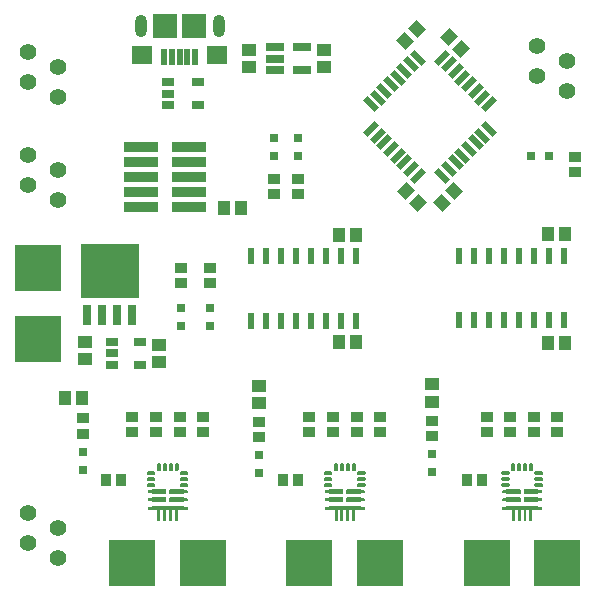
<source format=gbr>
%TF.GenerationSoftware,Altium Limited,Altium Designer,22.11.1 (43)*%
G04 Layer_Color=8388736*
%FSLAX45Y45*%
%MOMM*%
%TF.SameCoordinates,CBCE8219-7A10-402B-9DFD-5551BF8408A2*%
%TF.FilePolarity,Negative*%
%TF.FileFunction,Soldermask,Top*%
%TF.Part,Single*%
G01*
G75*
%TA.AperFunction,SMDPad,CuDef*%
%ADD11R,0.53260X1.45610*%
%ADD14R,4.00000X4.00000*%
%ADD15R,0.80000X0.80000*%
%ADD25R,4.00000X4.00000*%
%ADD29R,0.80000X0.80000*%
G04:AMPARAMS|DCode=32|XSize=0.5008mm|YSize=1.3589mm|CornerRadius=0mm|HoleSize=0mm|Usage=FLASHONLY|Rotation=45.000|XOffset=0mm|YOffset=0mm|HoleType=Round|Shape=Rectangle|*
%AMROTATEDRECTD32*
4,1,4,0.30338,-0.65750,-0.65750,0.30338,-0.30338,0.65750,0.65750,-0.30338,0.30338,-0.65750,0.0*
%
%ADD32ROTATEDRECTD32*%

G04:AMPARAMS|DCode=33|XSize=0.5008mm|YSize=1.3589mm|CornerRadius=0mm|HoleSize=0mm|Usage=FLASHONLY|Rotation=315.000|XOffset=0mm|YOffset=0mm|HoleType=Round|Shape=Rectangle|*
%AMROTATEDRECTD33*
4,1,4,-0.65750,-0.30338,0.30338,0.65750,0.65750,0.30338,-0.30338,-0.65750,-0.65750,-0.30338,0.0*
%
%ADD33ROTATEDRECTD33*%

%ADD60R,1.15000X1.05000*%
%ADD61R,1.10000X0.80000*%
%ADD62R,4.90000X4.68000*%
%ADD63R,1.05000X0.90000*%
%ADD64R,1.05000X1.15000*%
%ADD65R,0.90000X1.05000*%
%ADD66R,0.70000X1.72000*%
%ADD67R,1.52000X0.68000*%
G04:AMPARAMS|DCode=68|XSize=1.15mm|YSize=1.05mm|CornerRadius=0mm|HoleSize=0mm|Usage=FLASHONLY|Rotation=45.000|XOffset=0mm|YOffset=0mm|HoleType=Round|Shape=Rectangle|*
%AMROTATEDRECTD68*
4,1,4,-0.03535,-0.77782,-0.77782,-0.03535,0.03535,0.77782,0.77782,0.03535,-0.03535,-0.77782,0.0*
%
%ADD68ROTATEDRECTD68*%

G04:AMPARAMS|DCode=69|XSize=1.15mm|YSize=1.05mm|CornerRadius=0mm|HoleSize=0mm|Usage=FLASHONLY|Rotation=315.000|XOffset=0mm|YOffset=0mm|HoleType=Round|Shape=Rectangle|*
%AMROTATEDRECTD69*
4,1,4,-0.77782,0.03535,-0.03535,0.77782,0.77782,-0.03535,0.03535,-0.77782,-0.77782,0.03535,0.0*
%
%ADD69ROTATEDRECTD69*%

%ADD70R,2.89560X0.83820*%
%ADD71R,1.10000X0.70000*%
%ADD72R,2.00000X2.00000*%
%TA.AperFunction,ConnectorPad*%
%ADD73R,1.70000X1.50000*%
%ADD74R,0.50000X1.45000*%
%TA.AperFunction,ComponentPad*%
%ADD75C,0.10000*%
%ADD76C,1.40000*%
%ADD77O,1.00000X1.90000*%
G36*
X4492500Y1140000D02*
Y1090000D01*
X4482500Y1080000D01*
X4467500D01*
X4457500Y1090000D01*
Y1140000D01*
X4467500Y1150000D01*
X4482500D01*
X4492500Y1140000D01*
D02*
G37*
G36*
X4442500D02*
Y1090000D01*
X4432500Y1080000D01*
X4417500D01*
X4407500Y1090000D01*
Y1140000D01*
X4417500Y1150000D01*
X4432500D01*
X4442500Y1140000D01*
D02*
G37*
G36*
X4392500D02*
Y1090000D01*
X4382500Y1080000D01*
X4367500D01*
X4357500Y1090000D01*
Y1140000D01*
X4367500Y1150000D01*
X4382500D01*
X4392500Y1140000D01*
D02*
G37*
G36*
X4342500D02*
Y1090000D01*
X4332500Y1080000D01*
X4317500D01*
X4307500Y1090000D01*
Y1140000D01*
X4317500Y1150000D01*
X4332500D01*
X4342500Y1140000D01*
D02*
G37*
G36*
X2992500D02*
Y1090000D01*
X2982500Y1080000D01*
X2967500D01*
X2957500Y1090000D01*
Y1140000D01*
X2967500Y1150000D01*
X2982500D01*
X2992500Y1140000D01*
D02*
G37*
G36*
X2942500D02*
Y1090000D01*
X2932500Y1080000D01*
X2917500D01*
X2907500Y1090000D01*
Y1140000D01*
X2917500Y1150000D01*
X2932500D01*
X2942500Y1140000D01*
D02*
G37*
G36*
X2892500D02*
Y1090000D01*
X2882500Y1080000D01*
X2867500D01*
X2857500Y1090000D01*
Y1140000D01*
X2867500Y1150000D01*
X2882500D01*
X2892500Y1140000D01*
D02*
G37*
G36*
X2842500D02*
Y1090000D01*
X2832500Y1080000D01*
X2817500D01*
X2807500Y1090000D01*
Y1140000D01*
X2817500Y1150000D01*
X2832500D01*
X2842500Y1140000D01*
D02*
G37*
G36*
X1492500D02*
Y1090000D01*
X1482500Y1080000D01*
X1467500D01*
X1457500Y1090000D01*
Y1140000D01*
X1467500Y1150000D01*
X1482500D01*
X1492500Y1140000D01*
D02*
G37*
G36*
X1442500D02*
Y1090000D01*
X1432500Y1080000D01*
X1417500D01*
X1407500Y1090000D01*
Y1140000D01*
X1417500Y1150000D01*
X1432500D01*
X1442500Y1140000D01*
D02*
G37*
G36*
X1392500D02*
Y1090000D01*
X1382500Y1080000D01*
X1367500D01*
X1357500Y1090000D01*
Y1140000D01*
X1367500Y1150000D01*
X1382500D01*
X1392500Y1140000D01*
D02*
G37*
G36*
X1342500D02*
Y1090000D01*
X1332500Y1080000D01*
X1317500D01*
X1307500Y1090000D01*
Y1140000D01*
X1317500Y1150000D01*
X1332500D01*
X1342500Y1140000D01*
D02*
G37*
G36*
X4575000Y1070000D02*
Y1055000D01*
X4565000Y1045000D01*
X4515000D01*
X4505000Y1055000D01*
Y1070000D01*
X4515000Y1080000D01*
X4565000D01*
X4575000Y1070000D01*
D02*
G37*
G36*
X4295000D02*
Y1055000D01*
X4285000Y1045000D01*
X4235000D01*
X4225000Y1055000D01*
Y1070000D01*
X4235000Y1080000D01*
X4285000D01*
X4295000Y1070000D01*
D02*
G37*
G36*
X3075000D02*
Y1055000D01*
X3065000Y1045000D01*
X3015000D01*
X3005000Y1055000D01*
Y1070000D01*
X3015000Y1080000D01*
X3065000D01*
X3075000Y1070000D01*
D02*
G37*
G36*
X2795000D02*
Y1055000D01*
X2785000Y1045000D01*
X2735000D01*
X2725000Y1055000D01*
Y1070000D01*
X2735000Y1080000D01*
X2785000D01*
X2795000Y1070000D01*
D02*
G37*
G36*
X1575000D02*
Y1055000D01*
X1565000Y1045000D01*
X1515000D01*
X1505000Y1055000D01*
Y1070000D01*
X1515000Y1080000D01*
X1565000D01*
X1575000Y1070000D01*
D02*
G37*
G36*
X1295000D02*
Y1055000D01*
X1285000Y1045000D01*
X1235000D01*
X1225000Y1055000D01*
Y1070000D01*
X1235000Y1080000D01*
X1285000D01*
X1295000Y1070000D01*
D02*
G37*
G36*
X4575000Y1020000D02*
Y1005000D01*
X4565000Y995000D01*
X4515000D01*
X4505000Y1005000D01*
Y1020000D01*
X4515000Y1030000D01*
X4565000D01*
X4575000Y1020000D01*
D02*
G37*
G36*
X4295000D02*
Y1005000D01*
X4285000Y995000D01*
X4235000D01*
X4225000Y1005000D01*
Y1020000D01*
X4235000Y1030000D01*
X4285000D01*
X4295000Y1020000D01*
D02*
G37*
G36*
X3075000D02*
Y1005000D01*
X3065000Y995000D01*
X3015000D01*
X3005000Y1005000D01*
Y1020000D01*
X3015000Y1030000D01*
X3065000D01*
X3075000Y1020000D01*
D02*
G37*
G36*
X2795000D02*
Y1005000D01*
X2785000Y995000D01*
X2735000D01*
X2725000Y1005000D01*
Y1020000D01*
X2735000Y1030000D01*
X2785000D01*
X2795000Y1020000D01*
D02*
G37*
G36*
X1575000D02*
Y1005000D01*
X1565000Y995000D01*
X1515000D01*
X1505000Y1005000D01*
Y1020000D01*
X1515000Y1030000D01*
X1565000D01*
X1575000Y1020000D01*
D02*
G37*
G36*
X1295000D02*
Y1005000D01*
X1285000Y995000D01*
X1235000D01*
X1225000Y1005000D01*
Y1020000D01*
X1235000Y1030000D01*
X1285000D01*
X1295000Y1020000D01*
D02*
G37*
G36*
X4575000Y970000D02*
Y955000D01*
X4565000Y945000D01*
X4515000D01*
X4505000Y955000D01*
Y970000D01*
X4515000Y980000D01*
X4565000D01*
X4575000Y970000D01*
D02*
G37*
G36*
X4295000D02*
Y955000D01*
X4285000Y945000D01*
X4235000D01*
X4225000Y955000D01*
Y970000D01*
X4235000Y980000D01*
X4285000D01*
X4295000Y970000D01*
D02*
G37*
G36*
X3075000D02*
Y955000D01*
X3065000Y945000D01*
X3015000D01*
X3005000Y955000D01*
Y970000D01*
X3015000Y980000D01*
X3065000D01*
X3075000Y970000D01*
D02*
G37*
G36*
X2795000D02*
Y955000D01*
X2785000Y945000D01*
X2735000D01*
X2725000Y955000D01*
Y970000D01*
X2735000Y980000D01*
X2785000D01*
X2795000Y970000D01*
D02*
G37*
G36*
X1575000D02*
Y955000D01*
X1565000Y945000D01*
X1515000D01*
X1505000Y955000D01*
Y970000D01*
X1515000Y980000D01*
X1565000D01*
X1575000Y970000D01*
D02*
G37*
G36*
X1295000D02*
Y955000D01*
X1285000Y945000D01*
X1235000D01*
X1225000Y955000D01*
Y970000D01*
X1235000Y980000D01*
X1285000D01*
X1295000Y970000D01*
D02*
G37*
G36*
X4535000Y917503D02*
X4565000D01*
X4570000Y912503D01*
Y897503D01*
X4565000Y892503D01*
X4535000D01*
Y885003D01*
X4417500Y885003D01*
X4412500Y890003D01*
X4412500Y920003D01*
X4417500Y925003D01*
X4535000D01*
Y917503D01*
D02*
G37*
G36*
X3035000D02*
X3065000D01*
X3070000Y912503D01*
Y897503D01*
X3065000Y892503D01*
X3035000D01*
Y885003D01*
X2917500Y885003D01*
X2912500Y890003D01*
X2912500Y920003D01*
X2917500Y925003D01*
X3035000D01*
Y917503D01*
D02*
G37*
G36*
X1535000D02*
X1565000D01*
X1570000Y912503D01*
Y897503D01*
X1565000Y892503D01*
X1535000D01*
Y885003D01*
X1417500Y885003D01*
X1412500Y890003D01*
X1412500Y920003D01*
X1417500Y925003D01*
X1535000D01*
Y917503D01*
D02*
G37*
G36*
X4387500Y920000D02*
X4387500Y890000D01*
X4382500Y885000D01*
X4265000D01*
Y892500D01*
X4235000Y892500D01*
X4230000Y897500D01*
Y912500D01*
X4235000Y917500D01*
X4265000Y917500D01*
Y925000D01*
X4382500D01*
X4387500Y920000D01*
D02*
G37*
G36*
X2887500D02*
X2887500Y890000D01*
X2882500Y885000D01*
X2765000D01*
Y892500D01*
X2735000Y892500D01*
X2730000Y897500D01*
Y912500D01*
X2735000Y917500D01*
X2765000Y917500D01*
Y925000D01*
X2882500D01*
X2887500Y920000D01*
D02*
G37*
G36*
X1387500D02*
X1387500Y890000D01*
X1382500Y885000D01*
X1265000D01*
Y892500D01*
X1235000Y892500D01*
X1230000Y897500D01*
Y912500D01*
X1235000Y917500D01*
X1265000Y917500D01*
Y925000D01*
X1382500D01*
X1387500Y920000D01*
D02*
G37*
G36*
X4535000Y847501D02*
X4565000D01*
X4570000Y842501D01*
Y827502D01*
X4565000Y822502D01*
X4535000Y822502D01*
Y815002D01*
X4417500D01*
X4412500Y820002D01*
X4412500Y850002D01*
X4417500Y855002D01*
X4535000D01*
Y847501D01*
D02*
G37*
G36*
X3035000D02*
X3065000D01*
X3070000Y842501D01*
Y827502D01*
X3065000Y822502D01*
X3035000Y822502D01*
Y815002D01*
X2917500D01*
X2912500Y820002D01*
X2912500Y850002D01*
X2917500Y855002D01*
X3035000D01*
Y847501D01*
D02*
G37*
G36*
X1535000D02*
X1565000D01*
X1570000Y842501D01*
Y827502D01*
X1565000Y822502D01*
X1535000Y822502D01*
Y815002D01*
X1417500D01*
X1412500Y820002D01*
X1412500Y850002D01*
X1417500Y855002D01*
X1535000D01*
Y847501D01*
D02*
G37*
G36*
X4387503Y849998D02*
X4387502Y819998D01*
X4382503Y814998D01*
X4265002D01*
Y822498D01*
X4235002D01*
X4230002Y827498D01*
Y842498D01*
X4235002Y847498D01*
X4265002Y847498D01*
Y854998D01*
X4382502D01*
X4387503Y849998D01*
D02*
G37*
G36*
X2887502D02*
X2887502Y819998D01*
X2882502Y814998D01*
X2765002D01*
Y822498D01*
X2735002D01*
X2730002Y827498D01*
Y842498D01*
X2735002Y847498D01*
X2765002Y847498D01*
Y854998D01*
X2882502D01*
X2887502Y849998D01*
D02*
G37*
G36*
X1387502D02*
X1387502Y819998D01*
X1382502Y814998D01*
X1265002D01*
Y822498D01*
X1235002D01*
X1230002Y827498D01*
Y842498D01*
X1235002Y847498D01*
X1265002Y847498D01*
Y854998D01*
X1382502D01*
X1387502Y849998D01*
D02*
G37*
G36*
X4535000Y777500D02*
X4565000Y777500D01*
X4570000Y772500D01*
Y757500D01*
X4565000Y752500D01*
X4535000D01*
Y745000D01*
X4487500D01*
Y660000D01*
X4482500Y655000D01*
X4467500D01*
X4462500Y660000D01*
Y745000D01*
X4437500D01*
Y660000D01*
X4432500Y655000D01*
X4417500D01*
X4412500Y660000D01*
Y745000D01*
X4387500D01*
Y660000D01*
X4382500Y655000D01*
X4367500D01*
X4362500Y660000D01*
Y745000D01*
X4337500D01*
Y660000D01*
X4332500Y655000D01*
X4317500D01*
X4312500Y660000D01*
Y745000D01*
X4265000D01*
Y752500D01*
X4235000D01*
X4230000Y757500D01*
Y772500D01*
X4235000Y777500D01*
X4265000D01*
Y785000D01*
X4535000D01*
Y777500D01*
D02*
G37*
G36*
X3035000D02*
X3065000Y777500D01*
X3070000Y772500D01*
Y757500D01*
X3065000Y752500D01*
X3035000D01*
Y745000D01*
X2987500D01*
Y660000D01*
X2982500Y655000D01*
X2967500D01*
X2962500Y660000D01*
Y745000D01*
X2937500D01*
Y660000D01*
X2932500Y655000D01*
X2917500D01*
X2912500Y660000D01*
Y745000D01*
X2887500D01*
Y660000D01*
X2882500Y655000D01*
X2867500D01*
X2862500Y660000D01*
Y745000D01*
X2837500D01*
Y660000D01*
X2832500Y655000D01*
X2817500D01*
X2812500Y660000D01*
Y745000D01*
X2765000D01*
Y752500D01*
X2735000D01*
X2730000Y757500D01*
Y772500D01*
X2735000Y777500D01*
X2765000D01*
Y785000D01*
X3035000D01*
Y777500D01*
D02*
G37*
G36*
X1535000D02*
X1565000Y777500D01*
X1570000Y772500D01*
Y757500D01*
X1565000Y752500D01*
X1535000D01*
Y745000D01*
X1487500D01*
Y660000D01*
X1482500Y655000D01*
X1467500D01*
X1462500Y660000D01*
Y745000D01*
X1437500D01*
Y660000D01*
X1432500Y655000D01*
X1417500D01*
X1412500Y660000D01*
Y745000D01*
X1387500D01*
Y660000D01*
X1382500Y655000D01*
X1367500D01*
X1362500Y660000D01*
Y745000D01*
X1337500D01*
Y660000D01*
X1332500Y655000D01*
X1317500D01*
X1312500Y660000D01*
Y745000D01*
X1265000D01*
Y752500D01*
X1235000D01*
X1230000Y757500D01*
Y772500D01*
X1235000Y777500D01*
X1265000D01*
Y785000D01*
X1535000D01*
Y777500D01*
D02*
G37*
D11*
X4754000Y2900000D02*
D03*
X4627000D02*
D03*
X4500000D02*
D03*
X4373000D02*
D03*
X4246000D02*
D03*
X4119000D02*
D03*
X3992000D02*
D03*
X3865000D02*
D03*
Y2355610D02*
D03*
X3992000D02*
D03*
X4119000D02*
D03*
X4246000D02*
D03*
X4373000D02*
D03*
X4500000D02*
D03*
X4627000D02*
D03*
X4754000D02*
D03*
X2994500Y2352805D02*
D03*
X2867500D02*
D03*
X2740500D02*
D03*
X2613500D02*
D03*
X2486500D02*
D03*
X2359500D02*
D03*
X2232500D02*
D03*
X2105500D02*
D03*
Y2897195D02*
D03*
X2232500D02*
D03*
X2359500D02*
D03*
X2486500D02*
D03*
X2613500D02*
D03*
X2740500D02*
D03*
X2867500D02*
D03*
X2994500D02*
D03*
D14*
X300000Y2800000D02*
D03*
D15*
X2300000Y3745000D02*
D03*
Y3895000D02*
D03*
X2500000Y3745000D02*
D03*
Y3895000D02*
D03*
X3640000Y1075000D02*
D03*
Y1225000D02*
D03*
X2170000Y1065000D02*
D03*
Y1215000D02*
D03*
X680000Y1090000D02*
D03*
Y1240000D02*
D03*
X1510000Y2310000D02*
D03*
Y2460000D02*
D03*
X1760000Y2310000D02*
D03*
Y2460000D02*
D03*
D25*
X1100000Y300000D02*
D03*
X1700000D02*
D03*
X2600000D02*
D03*
X3200000D02*
D03*
X4700000D02*
D03*
X4100000D02*
D03*
X300000Y2200000D02*
D03*
D29*
X4475000Y3750000D02*
D03*
X4625000D02*
D03*
D32*
X3724196Y3579824D02*
D03*
X3780764Y3636393D02*
D03*
X3837333Y3692962D02*
D03*
X3893901Y3749530D02*
D03*
X3950470Y3806099D02*
D03*
X4007038Y3862667D02*
D03*
X4063607Y3919235D02*
D03*
X4120175Y3975804D02*
D03*
X3515804Y4580175D02*
D03*
X3459236Y4523607D02*
D03*
X3402667Y4467038D02*
D03*
X3346098Y4410470D02*
D03*
X3289530Y4353901D02*
D03*
X3232962Y4297333D02*
D03*
X3176393Y4240764D02*
D03*
X3119824Y4184196D02*
D03*
D33*
X4120175D02*
D03*
X4063607Y4240764D02*
D03*
X4007038Y4297333D02*
D03*
X3950470Y4353901D02*
D03*
X3893901Y4410470D02*
D03*
X3837333Y4467038D02*
D03*
X3780764Y4523607D02*
D03*
X3724196Y4580175D02*
D03*
X3119824Y3975804D02*
D03*
X3176393Y3919236D02*
D03*
X3232962Y3862667D02*
D03*
X3289530Y3806099D02*
D03*
X3346098Y3749530D02*
D03*
X3402667Y3692962D02*
D03*
X3459235Y3636393D02*
D03*
X3515804Y3579824D02*
D03*
D60*
X1325000Y2147500D02*
D03*
Y2002500D02*
D03*
X3640000Y1667500D02*
D03*
Y1812500D02*
D03*
X2170000Y1657500D02*
D03*
Y1802500D02*
D03*
X700000Y2027500D02*
D03*
Y2172500D02*
D03*
X2720000Y4497500D02*
D03*
Y4642500D02*
D03*
X2090000Y4497500D02*
D03*
Y4642500D02*
D03*
D61*
X1165000Y2170000D02*
D03*
Y1980000D02*
D03*
X925000D02*
D03*
Y2075000D02*
D03*
Y2170000D02*
D03*
D62*
X910000Y2770000D02*
D03*
D63*
X2300000Y3555000D02*
D03*
Y3425000D02*
D03*
X2500000Y3555000D02*
D03*
Y3425000D02*
D03*
X3640000Y1505000D02*
D03*
Y1375000D02*
D03*
X2170000Y1495000D02*
D03*
Y1365000D02*
D03*
X680000Y1525000D02*
D03*
Y1395000D02*
D03*
X4100000Y1540000D02*
D03*
Y1410000D02*
D03*
X4300000Y1540000D02*
D03*
Y1410000D02*
D03*
X4500000Y1540000D02*
D03*
Y1410000D02*
D03*
X4700000Y1540000D02*
D03*
Y1410000D02*
D03*
X1100000Y1540000D02*
D03*
Y1410000D02*
D03*
X1300000Y1540000D02*
D03*
Y1410000D02*
D03*
X1500000Y1540000D02*
D03*
Y1410000D02*
D03*
X1700000Y1540000D02*
D03*
Y1410000D02*
D03*
X2600000Y1540000D02*
D03*
Y1410000D02*
D03*
X2800000Y1540000D02*
D03*
Y1410000D02*
D03*
X3000000Y1540000D02*
D03*
Y1410000D02*
D03*
X3200000Y1540000D02*
D03*
Y1410000D02*
D03*
X1510000Y2800000D02*
D03*
Y2670000D02*
D03*
X1760000Y2800000D02*
D03*
Y2670000D02*
D03*
X4850000Y3610000D02*
D03*
Y3740000D02*
D03*
D64*
X672500Y1700000D02*
D03*
X527500D02*
D03*
X2022500Y3310000D02*
D03*
X1877500D02*
D03*
X2852500Y2175000D02*
D03*
X2997500D02*
D03*
X4617500Y2160000D02*
D03*
X4762500D02*
D03*
X2852500Y3075000D02*
D03*
X2997500D02*
D03*
X4617500Y3090000D02*
D03*
X4762500D02*
D03*
D65*
X4065000Y1000000D02*
D03*
X3935000D02*
D03*
X1005000D02*
D03*
X875000D02*
D03*
X2505000D02*
D03*
X2375000D02*
D03*
D66*
X719500Y2399000D02*
D03*
X846500D02*
D03*
X973500D02*
D03*
X1100500D02*
D03*
D67*
X2305500Y4665000D02*
D03*
Y4570000D02*
D03*
Y4475000D02*
D03*
X2534500D02*
D03*
Y4665000D02*
D03*
D68*
X3778734Y4751265D02*
D03*
X3881265Y4648735D02*
D03*
X3418735Y3451265D02*
D03*
X3521265Y3348735D02*
D03*
D69*
X3511265Y4821265D02*
D03*
X3408734Y4718735D02*
D03*
X3718734Y3348735D02*
D03*
X3821265Y3451265D02*
D03*
D70*
X1581400Y3317000D02*
D03*
X1175000D02*
D03*
X1581400Y3444000D02*
D03*
X1175000D02*
D03*
X1581400Y3571000D02*
D03*
X1175000D02*
D03*
X1581400Y3698000D02*
D03*
X1175000D02*
D03*
X1581400Y3825000D02*
D03*
X1175000D02*
D03*
D71*
X1400000Y4180000D02*
D03*
Y4275000D02*
D03*
Y4370000D02*
D03*
X1660000Y4180000D02*
D03*
Y4370000D02*
D03*
D72*
X1380000Y4850000D02*
D03*
X1620000D02*
D03*
D73*
X1180000Y4605000D02*
D03*
X1820000D02*
D03*
D74*
X1370000Y4582500D02*
D03*
X1435000D02*
D03*
X1500000D02*
D03*
X1565000D02*
D03*
X1630000D02*
D03*
D75*
X401000Y867000D02*
D03*
D76*
X475000Y346000D02*
D03*
X221000Y473000D02*
D03*
X475000Y600000D02*
D03*
X221000Y727000D02*
D03*
X4525000Y4675000D02*
D03*
X4779000Y4548000D02*
D03*
X4525000Y4421000D02*
D03*
X4779000Y4294000D02*
D03*
X475000Y3371000D02*
D03*
X221000Y3498000D02*
D03*
X475000Y3625000D02*
D03*
X221000Y3752000D02*
D03*
X475000Y4250000D02*
D03*
X221000Y4377000D02*
D03*
X475000Y4504000D02*
D03*
X221000Y4631000D02*
D03*
D77*
X1170000Y4850000D02*
D03*
X1830000D02*
D03*
%TF.MD5,434526d6ea0797b275eebfdf935e6672*%
M02*

</source>
